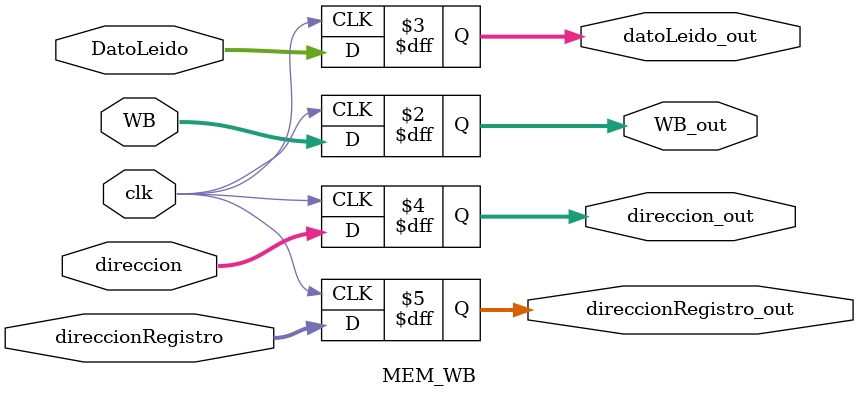
<source format=v>
module MEM_WB#(parameter S_WB = 2,
			   parameter SIZE_DATA = 32,
			   parameter SIZE_ADDR = 5)
	(
		input clk,
		input [S_WB-1:0] WB,
		input [SIZE_DATA-1:0] DatoLeido,
		input [SIZE_ADDR-1:0] direccion,
		input [SIZE_ADDR-1:0] direccionRegistro,
		output reg [S_WB-1:0] WB_out,
		output reg [SIZE_DATA-1:0] datoLeido_out,
		output reg [SIZE_ADDR-1:0] direccion_out,
		output reg [SIZE_ADDR-1:0] direccionRegistro_out
	);
	
	always @(posedge clk) begin
	
		WB_out <= WB;
		datoLeido_out <= DatoLeido;
		direccion_out <= direccion;
		direccionRegistro_out <= direccionRegistro;
	
	end
	
endmodule

</source>
